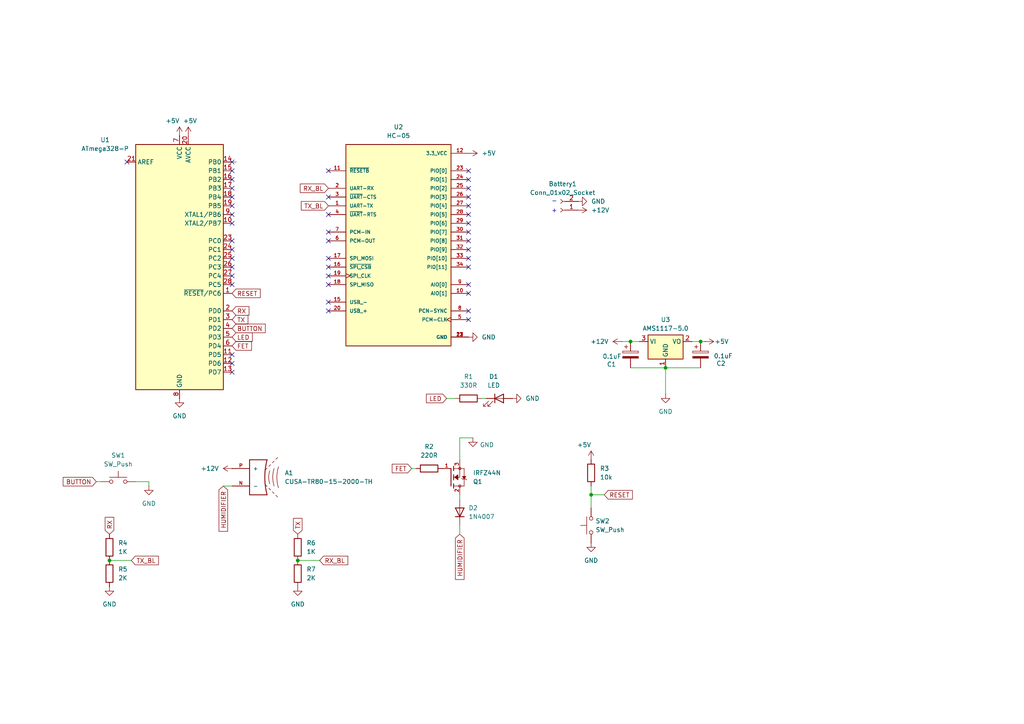
<source format=kicad_sch>
(kicad_sch (version 20250114) (generator "eeschema") (generator_version "9.0")
  (paper "A4")
  (lib_symbols
    (symbol "CUSA-TR80-15-2000-TH:CUSA-TR80-15-2000-TH" (pin_names (offset 1.016))
      (property "Reference" "A" (at -3.0988 6.604 0))
      (property "Value" "CUSA-TR80-15-2000-TH" (at -3.556 -5.842 0))
      (symbol "CUSA-TR80-15-2000-TH_0_0"
        (polyline (pts (xy -2.54 5.08) (xy 2.54 5.08)) (stroke (width 0.254)))
        (polyline (pts (xy -2.54 -5.08) (xy -2.54 5.08)) (stroke (width 0.254)))
        (polyline (pts (xy 2.032 2.159) (xy 2.54 2.667)) (stroke (width 0.1524)))
        (polyline (pts (xy 2.032 -2.159) (xy 2.54 -2.667)) (stroke (width 0.1524)))
        (polyline (pts (xy 2.54 -5.08) (xy -2.54 -5.08)) (stroke (width 0.254)))
        (polyline (pts (xy 3.048 3.175) (xy 3.556 3.683)) (stroke (width 0.1524)))
        (polyline (pts (xy 3.556 -3.683) (xy 3.048 -3.175)) (stroke (width 0.1524)))
        (polyline (pts (xy 4.064 4.191) (xy 4.572 4.699)) (stroke (width 0.1524)))
        (polyline (pts (xy 4.572 -4.699) (xy 4.064 -4.191)) (stroke (width 0.1524)))
        (polyline (pts (xy 5.08 5.207) (xy 5.588 5.715)) (stroke (width 0.1524)))
        (polyline (pts (xy 5.588 -5.715) (xy 5.08 -5.207)) (stroke (width 0.1524)))
        (arc (start 3.302 -1.905) (mid 3.009 0.0553) (end 3.302 1.905) (stroke (width 0.1524)))
        (arc (start 4.572 -2.54) (mid 4.1814 0.0737) (end 4.572 2.54) (stroke (width 0.1524)))
        (arc (start 5.842 -3.048) (mid 5.3733 0.0885) (end 5.842 3.048) (stroke (width 0.1524)))
        (arc (start 2.54 -5.08) (mid 1.8712 0) (end 2.54 5.08) (stroke (width 0.254)))
        (pin passive line (at -7.62 2.54 0) (length 5.08) (name "+") (number "P"))
        (pin passive line (at -7.62 -2.54 0) (length 5.08) (name "-") (number "N"))
      )
    )
    (symbol "Connector:Conn_01x02_Socket" (pin_names (offset 1.016) (hide yes))
      (property "Reference" "J" (at 0 2.54 0))
      (property "Value" "Conn_01x02_Socket" (at 0 -5.08 0))
      (symbol "Conn_01x02_Socket_1_1"
        (polyline (pts (xy -1.27 0) (xy -0.508 0)) (stroke (width 0.1524)))
        (polyline (pts (xy -1.27 -2.54) (xy -0.508 -2.54)) (stroke (width 0.1524)))
        (arc (start 0 -0.508) (mid -0.5058 0) (end 0 0.508) (stroke (width 0.1524)))
        (arc (start 0 -3.048) (mid -0.5058 -2.54) (end 0 -2.032) (stroke (width 0.1524)))
        (pin passive line (at -5.08 0 0) (length 3.81) (name "Pin_1") (number "1"))
        (pin passive line (at -5.08 -2.54 0) (length 3.81) (name "Pin_2") (number "2"))
      )
    )
    (symbol "Device:C_Polarized" (pin_numbers (hide yes)) (pin_names (offset 0.254))
      (property "Reference" "C" (at 0.635 2.54 0))
      (property "Value" "C_Polarized" (at 0.635 -2.54 0))
      (symbol "C_Polarized_0_1"
        (rectangle (start -2.286 0.508) (end 2.286 1.016))
        (polyline (pts (xy -1.778 2.286) (xy -0.762 2.286)))
        (polyline (pts (xy -1.27 2.794) (xy -1.27 1.778)))
        (rectangle (start 2.286 -0.508) (end -2.286 -1.016) (fill (type outline)))
      )
      (symbol "C_Polarized_1_1"
        (pin passive line (at 0 3.81 270) (length 2.794) (name "~") (number "1"))
        (pin passive line (at 0 -3.81 90) (length 2.794) (name "~") (number "2"))
      )
    )
    (symbol "Device:LED" (pin_numbers (hide yes)) (pin_names (offset 1.016) (hide yes))
      (property "Reference" "D" (at 0 2.54 0))
      (property "Value" "LED" (at 0 -2.54 0))
      (symbol "LED_0_1"
        (polyline (pts (xy -3.048 -0.762) (xy -4.572 -2.286) (xy -3.81 -2.286) (xy -4.572 -2.286) (xy -4.572 -1.524)))
        (polyline (pts (xy -1.778 -0.762) (xy -3.302 -2.286) (xy -2.54 -2.286) (xy -3.302 -2.286) (xy -3.302 -1.524)))
        (polyline (pts (xy -1.27 0) (xy 1.27 0)))
        (polyline (pts (xy -1.27 -1.27) (xy -1.27 1.27)) (stroke (width 0.254)))
        (polyline (pts (xy 1.27 -1.27) (xy 1.27 1.27) (xy -1.27 0) (xy 1.27 -1.27)) (stroke (width 0.254)))
      )
      (symbol "LED_1_1"
        (pin passive line (at -3.81 0 0) (length 2.54) (name "K") (number "1"))
        (pin passive line (at 3.81 0 180) (length 2.54) (name "A") (number "2"))
      )
    )
    (symbol "Device:R" (pin_numbers (hide yes)) (pin_names (offset 0))
      (property "Reference" "R" (at 2.032 0 90))
      (property "Value" "R" (at 0 0 90))
      (symbol "R_0_1"
        (rectangle (start -1.016 -2.54) (end 1.016 2.54) (stroke (width 0.254)))
      )
      (symbol "R_1_1"
        (pin passive line (at 0 3.81 270) (length 1.27) (name "~") (number "1"))
        (pin passive line (at 0 -3.81 90) (length 1.27) (name "~") (number "2"))
      )
    )
    (symbol "Diode:1N4007" (pin_numbers (hide yes)) (pin_names (hide yes))
      (property "Reference" "D" (at 0 2.54 0))
      (property "Value" "1N4007" (at 0 -2.54 0))
      (symbol "1N4007_0_1"
        (polyline (pts (xy -1.27 1.27) (xy -1.27 -1.27)) (stroke (width 0.254)))
        (polyline (pts (xy 1.27 1.27) (xy 1.27 -1.27) (xy -1.27 0) (xy 1.27 1.27)) (stroke (width 0.254)))
        (polyline (pts (xy 1.27 0) (xy -1.27 0)))
      )
      (symbol "1N4007_1_1"
        (pin passive line (at -3.81 0 0) (length 2.54) (name "K") (number "1"))
        (pin passive line (at 3.81 0 180) (length 2.54) (name "A") (number "2"))
      )
    )
    (symbol "HC-05:HC-05" (pin_names (offset 1.016))
      (property "Reference" "U" (at -15.24 31.115 0))
      (property "Value" "HC-05" (at -15.24 -30.48 0))
      (symbol "HC-05_0_0"
        (rectangle (start -15.24 -27.94) (end 15.24 30.48) (stroke (width 0.254)) (fill (type background)))
        (pin input line (at -20.32 22.86 0) (length 5.08) (name "~{RESETB}") (number "11"))
        (pin input line (at -20.32 17.78 0) (length 5.08) (name "UART-RX") (number "2"))
        (pin input line (at -20.32 15.24 0) (length 5.08) (name "~{UART}-CTS") (number "3"))
        (pin output line (at -20.32 12.7 0) (length 5.08) (name "UART-TX") (number "1"))
        (pin output line (at -20.32 10.16 0) (length 5.08) (name "~{UART}-RTS") (number "4"))
        (pin input line (at -20.32 5.08 0) (length 5.08) (name "PCM-IN") (number "7"))
        (pin output line (at -20.32 2.54 0) (length 5.08) (name "PCM-OUT") (number "6"))
        (pin input line (at -20.32 -2.54 0) (length 5.08) (name "SPI_MOSI") (number "17"))
        (pin input line (at -20.32 -5.08 0) (length 5.08) (name "~{SPI_CSB}") (number "16"))
        (pin input clock (at -20.32 -7.62 0) (length 5.08) (name "SPI_CLK") (number "19"))
        (pin output line (at -20.32 -10.16 0) (length 5.08) (name "SPI_MISO") (number "18"))
        (pin bidirectional line (at -20.32 -15.24 0) (length 5.08) (name "USB_-") (number "15"))
        (pin bidirectional line (at -20.32 -17.78 0) (length 5.08) (name "USB_+") (number "20"))
        (pin power_in line (at 20.32 27.94 180) (length 5.08) (name "3.3_VCC") (number "12"))
        (pin bidirectional line (at 20.32 22.86 180) (length 5.08) (name "PIO[0]") (number "23"))
        (pin bidirectional line (at 20.32 20.32 180) (length 5.08) (name "PIO[1]") (number "24"))
        (pin bidirectional line (at 20.32 17.78 180) (length 5.08) (name "PIO[2]") (number "25"))
        (pin bidirectional line (at 20.32 15.24 180) (length 5.08) (name "PIO[3]") (number "26"))
        (pin bidirectional line (at 20.32 12.7 180) (length 5.08) (name "PIO[4]") (number "27"))
        (pin bidirectional line (at 20.32 10.16 180) (length 5.08) (name "PIO[5]") (number "28"))
        (pin bidirectional line (at 20.32 7.62 180) (length 5.08) (name "PIO[6]") (number "29"))
        (pin bidirectional line (at 20.32 5.08 180) (length 5.08) (name "PIO[7]") (number "30"))
        (pin bidirectional line (at 20.32 2.54 180) (length 5.08) (name "PIO[8]") (number "31"))
        (pin bidirectional line (at 20.32 0 180) (length 5.08) (name "PIO[9]") (number "32"))
        (pin bidirectional line (at 20.32 -2.54 180) (length 5.08) (name "PIO[10]") (number "33"))
        (pin bidirectional line (at 20.32 -5.08 180) (length 5.08) (name "PIO[11]") (number "34"))
        (pin bidirectional line (at 20.32 -10.16 180) (length 5.08) (name "AIO[0]") (number "9"))
        (pin bidirectional line (at 20.32 -12.7 180) (length 5.08) (name "AIO[1]") (number "10"))
        (pin bidirectional line (at 20.32 -17.78 180) (length 5.08) (name "PCN-SYNC") (number "8"))
        (pin bidirectional clock (at 20.32 -20.32 180) (length 5.08) (name "PCM-CLK") (number "5"))
        (pin power_in line (at 20.32 -25.4 180) (length 5.08) (name "GND") (number "13"))
        (pin power_in line (at 20.32 -25.4 180) (length 5.08) (name "GND") (number "21"))
        (pin power_in line (at 20.32 -25.4 180) (length 5.08) (name "GND") (number "22"))
      )
    )
    (symbol "IRFZ44N:IRFZ44N" (pin_names (offset 1.016))
      (property "Reference" "Q" (at -8.89 2.54 0))
      (property "Value" "IRFZ44N" (at -8.89 -7.62 0))
      (symbol "IRFZ44N_0_0"
        (polyline (pts (xy 0 2.54) (xy 0 -2.54)) (stroke (width 0.254)))
        (polyline (pts (xy 0.762 3.175) (xy 0.762 2.54)) (stroke (width 0.254)))
        (polyline (pts (xy 0.762 2.54) (xy 0.762 1.905)) (stroke (width 0.254)))
        (polyline (pts (xy 0.762 2.54) (xy 3.81 2.54)) (stroke (width 0.1524)))
        (polyline (pts (xy 0.762 0.762) (xy 0.762 0)) (stroke (width 0.254)))
        (polyline (pts (xy 0.762 0) (xy 0.762 -0.762)) (stroke (width 0.254)))
        (polyline (pts (xy 0.762 0) (xy 2.54 0)) (stroke (width 0.1524)))
        (polyline (pts (xy 0.762 -1.905) (xy 0.762 -2.54)) (stroke (width 0.254)))
        (polyline (pts (xy 0.762 -2.54) (xy 0.762 -3.175)) (stroke (width 0.254)))
        (polyline (pts (xy 1.016 0) (xy 2.032 0.762) (xy 2.032 -0.762) (xy 1.016 0)) (stroke (width 0.1524)) (fill (type outline)))
        (circle (center 2.54 2.54) (radius 0.3592))
        (polyline (pts (xy 2.54 0) (xy 2.54 -2.54)) (stroke (width 0.1524)))
        (polyline (pts (xy 2.54 -2.54) (xy 0.762 -2.54)) (stroke (width 0.1524)))
        (polyline (pts (xy 2.54 -2.54) (xy 3.81 -2.54)) (stroke (width 0.1524)))
        (circle (center 2.54 -2.54) (radius 0.3592))
        (polyline (pts (xy 3.302 0.508) (xy 3.048 0.254)) (stroke (width 0.1524)))
        (polyline (pts (xy 3.81 2.54) (xy 3.81 0.508)) (stroke (width 0.1524)))
        (polyline (pts (xy 3.81 0.508) (xy 3.302 0.508)) (stroke (width 0.1524)))
        (polyline (pts (xy 3.81 0.508) (xy 3.81 -2.54)) (stroke (width 0.1524)))
        (polyline (pts (xy 3.81 0.508) (xy 3.302 -0.254) (xy 4.318 -0.254) (xy 3.81 0.508)) (stroke (width 0.1524)) (fill (type outline)))
        (polyline (pts (xy 4.318 0.508) (xy 3.81 0.508)) (stroke (width 0.1524)))
        (polyline (pts (xy 4.572 0.762) (xy 4.318 0.508)) (stroke (width 0.1524)))
        (pin passive line (at -2.54 -2.54 0) (length 2.54) (name "~") (number "1"))
        (pin passive line (at 2.54 5.08 270) (length 2.54) (name "~") (number "2"))
        (pin passive line (at 2.54 -5.08 90) (length 2.54) (name "~") (number "3"))
      )
    )
    (symbol "MCU_Microchip_ATmega:ATmega328-P"
      (property "Reference" "U" (at -12.7 36.83 0))
      (property "Value" "ATmega328-P" (at 2.54 -36.83 0))
      (symbol "ATmega328-P_0_1"
        (rectangle (start -12.7 -35.56) (end 12.7 35.56) (stroke (width 0.254)) (fill (type background)))
      )
      (symbol "ATmega328-P_1_1"
        (pin passive line (at -15.24 30.48 0) (length 2.54) (name "AREF") (number "21"))
        (pin power_in line (at 0 38.1 270) (length 2.54) (name "VCC") (number "7"))
        (pin passive line (at 0 -38.1 90) (length 2.54) (hide yes) (name "GND") (number "22"))
        (pin power_in line (at 0 -38.1 90) (length 2.54) (name "GND") (number "8"))
        (pin power_in line (at 2.54 38.1 270) (length 2.54) (name "AVCC") (number "20"))
        (pin bidirectional line (at 15.24 30.48 180) (length 2.54) (name "PB0") (number "14"))
        (pin bidirectional line (at 15.24 27.94 180) (length 2.54) (name "PB1") (number "15"))
        (pin bidirectional line (at 15.24 25.4 180) (length 2.54) (name "PB2") (number "16"))
        (pin bidirectional line (at 15.24 22.86 180) (length 2.54) (name "PB3") (number "17"))
        (pin bidirectional line (at 15.24 20.32 180) (length 2.54) (name "PB4") (number "18"))
        (pin bidirectional line (at 15.24 17.78 180) (length 2.54) (name "PB5") (number "19"))
        (pin bidirectional line (at 15.24 15.24 180) (length 2.54) (name "XTAL1/PB6") (number "9"))
        (pin bidirectional line (at 15.24 12.7 180) (length 2.54) (name "XTAL2/PB7") (number "10"))
        (pin bidirectional line (at 15.24 7.62 180) (length 2.54) (name "PC0") (number "23"))
        (pin bidirectional line (at 15.24 5.08 180) (length 2.54) (name "PC1") (number "24"))
        (pin bidirectional line (at 15.24 2.54 180) (length 2.54) (name "PC2") (number "25"))
        (pin bidirectional line (at 15.24 0 180) (length 2.54) (name "PC3") (number "26"))
        (pin bidirectional line (at 15.24 -2.54 180) (length 2.54) (name "PC4") (number "27"))
        (pin bidirectional line (at 15.24 -5.08 180) (length 2.54) (name "PC5") (number "28"))
        (pin bidirectional line (at 15.24 -7.62 180) (length 2.54) (name "~{RESET}/PC6") (number "1"))
        (pin bidirectional line (at 15.24 -12.7 180) (length 2.54) (name "PD0") (number "2"))
        (pin bidirectional line (at 15.24 -15.24 180) (length 2.54) (name "PD1") (number "3"))
        (pin bidirectional line (at 15.24 -17.78 180) (length 2.54) (name "PD2") (number "4"))
        (pin bidirectional line (at 15.24 -20.32 180) (length 2.54) (name "PD3") (number "5"))
        (pin bidirectional line (at 15.24 -22.86 180) (length 2.54) (name "PD4") (number "6"))
        (pin bidirectional line (at 15.24 -25.4 180) (length 2.54) (name "PD5") (number "11"))
        (pin bidirectional line (at 15.24 -27.94 180) (length 2.54) (name "PD6") (number "12"))
        (pin bidirectional line (at 15.24 -30.48 180) (length 2.54) (name "PD7") (number "13"))
      )
    )
    (symbol "Regulator_Linear:AMS1117-5.0"
      (property "Reference" "U" (at -3.81 3.175 0))
      (property "Value" "AMS1117-5.0" (at 0 3.175 0))
      (symbol "AMS1117-5.0_0_1"
        (rectangle (start -5.08 -5.08) (end 5.08 1.905) (stroke (width 0.254)) (fill (type background)))
      )
      (symbol "AMS1117-5.0_1_1"
        (pin power_in line (at -7.62 0 0) (length 2.54) (name "VI") (number "3"))
        (pin power_in line (at 0 -7.62 90) (length 2.54) (name "GND") (number "1"))
        (pin power_out line (at 7.62 0 180) (length 2.54) (name "VO") (number "2"))
      )
    )
    (symbol "Switch:SW_Push" (pin_numbers (hide yes)) (pin_names (offset 1.016) (hide yes))
      (property "Reference" "SW" (at 1.27 2.54 0))
      (property "Value" "SW_Push" (at 0 -1.524 0))
      (symbol "SW_Push_0_1"
        (circle (center -2.032 0) (radius 0.508))
        (polyline (pts (xy 0 1.27) (xy 0 3.048)))
        (circle (center 2.032 0) (radius 0.508))
        (polyline (pts (xy 2.54 1.27) (xy -2.54 1.27)))
        (pin passive line (at -5.08 0 0) (length 2.54) (name "1") (number "1"))
        (pin passive line (at 5.08 0 180) (length 2.54) (name "2") (number "2"))
      )
    )
    (symbol "power:+12V" (power) (pin_numbers (hide yes)) (pin_names (offset 0) (hide yes))
      (property "Value" "+12V" (at 0 3.556 0))
      (symbol "+12V_0_1"
        (polyline (pts (xy -0.762 1.27) (xy 0 2.54)))
        (polyline (pts (xy 0 2.54) (xy 0.762 1.27)))
        (polyline (pts (xy 0 0) (xy 0 2.54)))
      )
      (symbol "+12V_1_1"
        (pin power_in line (at 0 0 90) (length 0) (name "~") (number "1"))
      )
    )
    (symbol "power:+5V" (power) (pin_numbers (hide yes)) (pin_names (offset 0) (hide yes))
      (property "Value" "+5V" (at 0 3.556 0))
      (symbol "+5V_0_1"
        (polyline (pts (xy -0.762 1.27) (xy 0 2.54)))
        (polyline (pts (xy 0 2.54) (xy 0.762 1.27)))
        (polyline (pts (xy 0 0) (xy 0 2.54)))
      )
      (symbol "+5V_1_1"
        (pin power_in line (at 0 0 90) (length 0) (name "~") (number "1"))
      )
    )
    (symbol "power:GND" (power) (pin_numbers (hide yes)) (pin_names (offset 0) (hide yes))
      (property "Value" "GND" (at 0 -3.81 0))
      (symbol "GND_0_1"
        (polyline (pts (xy 0 0) (xy 0 -1.27) (xy 1.27 -1.27) (xy 0 -2.54) (xy -1.27 -1.27) (xy 0 -1.27)))
      )
      (symbol "GND_1_1"
        (pin power_in line (at 0 0 270) (length 0) (name "~") (number "1"))
      )
    )
  )
  (text "+" (at 160.782 61.214 0) (effects (font (size 1.27 1.27))))
  (text "-\n" (at 160.782 58.42 0) (effects (font (size 1.27 1.27))))
  (junction (at 31.75 162.56))
  (junction (at 171.45 143.51))
  (junction (at 203.2 99.06))
  (junction (at 193.04 106.68))
  (junction (at 86.36 162.56))
  (junction (at 182.88 99.06))
  (no_connect (at 67.31 107.95))
  (no_connect (at 67.31 74.93))
  (no_connect (at 67.31 54.61))
  (no_connect (at 135.89 90.17))
  (no_connect (at 67.31 82.55))
  (no_connect (at 95.25 90.17))
  (no_connect (at 67.31 102.87))
  (no_connect (at 135.89 62.23))
  (no_connect (at 135.89 49.53))
  (no_connect (at 67.31 77.47))
  (no_connect (at 67.31 80.01))
  (no_connect (at 135.89 82.55))
  (no_connect (at 67.31 52.07))
  (no_connect (at 67.31 46.99))
  (no_connect (at 67.31 49.53))
  (no_connect (at 135.89 74.93))
  (no_connect (at 135.89 67.31))
  (no_connect (at 135.89 72.39))
  (no_connect (at 67.31 57.15))
  (no_connect (at 135.89 64.77))
  (no_connect (at 135.89 59.69))
  (no_connect (at 135.89 52.07))
  (no_connect (at 95.25 74.93))
  (no_connect (at 95.25 77.47))
  (no_connect (at 95.25 49.53))
  (no_connect (at 135.89 57.15))
  (no_connect (at 95.25 62.23))
  (no_connect (at 67.31 72.39))
  (no_connect (at 95.25 69.85))
  (no_connect (at 95.25 67.31))
  (no_connect (at 67.31 105.41))
  (no_connect (at 95.25 80.01))
  (no_connect (at 135.89 92.71))
  (no_connect (at 67.31 69.85))
  (no_connect (at 135.89 85.09))
  (no_connect (at 135.89 77.47))
  (no_connect (at 135.89 69.85))
  (no_connect (at 67.31 62.23))
  (no_connect (at 67.31 59.69))
  (no_connect (at 135.89 54.61))
  (no_connect (at 95.25 87.63))
  (no_connect (at 95.25 82.55))
  (no_connect (at 95.25 57.15))
  (no_connect (at 36.83 46.99))
  (no_connect (at 67.31 64.77))
  (wire (pts (xy 171.45 143.51) (xy 175.26 143.51)))
  (wire (pts (xy 171.45 140.97) (xy 171.45 143.51)))
  (wire (pts (xy 182.88 99.06) (xy 185.42 99.06)))
  (wire (pts (xy 133.35 154.94) (xy 133.35 152.4)))
  (wire (pts (xy 133.35 127) (xy 133.35 133.35)))
  (wire (pts (xy 129.54 115.57) (xy 132.08 115.57)))
  (wire (pts (xy 193.04 106.68) (xy 193.04 114.3)))
  (wire (pts (xy 193.04 106.68) (xy 203.2 106.68)))
  (wire (pts (xy 182.88 106.68) (xy 193.04 106.68)))
  (wire (pts (xy 64.77 140.97) (xy 67.31 140.97)))
  (wire (pts (xy 92.71 162.56) (xy 86.36 162.56)))
  (wire (pts (xy 119.38 135.89) (xy 120.65 135.89)))
  (wire (pts (xy 39.37 139.7) (xy 43.18 139.7)))
  (wire (pts (xy 43.18 139.7) (xy 43.18 140.97)))
  (wire (pts (xy 171.45 143.51) (xy 171.45 147.32)))
  (wire (pts (xy 29.21 139.7) (xy 27.94 139.7)))
  (wire (pts (xy 139.7 115.57) (xy 140.97 115.57)))
  (wire (pts (xy 137.16 127) (xy 133.35 127)))
  (wire (pts (xy 200.66 99.06) (xy 203.2 99.06)))
  (wire (pts (xy 38.1 162.56) (xy 31.75 162.56)))
  (wire (pts (xy 203.2 99.06) (xy 204.47 99.06)))
  (wire (pts (xy 180.34 99.06) (xy 182.88 99.06)))
  (wire (pts (xy 68.58 46.99) (xy 67.31 46.99)))
  (wire (pts (xy 133.35 144.78) (xy 133.35 143.51)))
  (global_label "RX_BL" (shape input) (at 92.71 162.56 0) (property "Intersheetrefs" "${INTERSHEET_REFS}" (effects (hide yes))))
  (global_label "TX" (shape input) (at 67.31 92.71 0) (property "Intersheetrefs" "${INTERSHEET_REFS}" (effects (hide yes))))
  (global_label "RX" (shape input) (at 67.31 90.17 0) (property "Intersheetrefs" "${INTERSHEET_REFS}" (effects (hide yes))))
  (global_label "FET" (shape input) (at 119.38 135.89 180) (property "Intersheetrefs" "${INTERSHEET_REFS}" (effects (hide yes))))
  (global_label "FET" (shape input) (at 67.31 100.33 0) (property "Intersheetrefs" "${INTERSHEET_REFS}" (effects (hide yes))))
  (global_label "HUMIDIFIER" (shape input) (at 133.35 154.94 270) (property "Intersheetrefs" "${INTERSHEET_REFS}" (effects (hide yes))))
  (global_label "LED" (shape input) (at 129.54 115.57 180) (property "Intersheetrefs" "${INTERSHEET_REFS}" (effects (hide yes))))
  (global_label "TX_BL" (shape input) (at 38.1 162.56 0) (property "Intersheetrefs" "${INTERSHEET_REFS}" (effects (hide yes))))
  (global_label "LED" (shape input) (at 67.31 97.79 0) (property "Intersheetrefs" "${INTERSHEET_REFS}" (effects (hide yes))))
  (global_label "BUTTON" (shape input) (at 67.31 95.25 0) (property "Intersheetrefs" "${INTERSHEET_REFS}" (effects (hide yes))))
  (global_label "RESET" (shape input) (at 67.31 85.09 0) (property "Intersheetrefs" "${INTERSHEET_REFS}" (effects (hide yes))))
  (global_label "TX" (shape input) (at 86.36 154.94 90) (property "Intersheetrefs" "${INTERSHEET_REFS}" (effects (hide yes))))
  (global_label "RX_BL" (shape input) (at 95.25 54.61 180) (property "Intersheetrefs" "${INTERSHEET_REFS}" (effects (hide yes))))
  (global_label "TX_BL" (shape input) (at 95.25 59.69 180) (property "Intersheetrefs" "${INTERSHEET_REFS}" (effects (hide yes))))
  (global_label "RX" (shape input) (at 31.75 154.94 90) (property "Intersheetrefs" "${INTERSHEET_REFS}" (effects (hide yes))))
  (global_label "RESET" (shape input) (at 175.26 143.51 0) (property "Intersheetrefs" "${INTERSHEET_REFS}" (effects (hide yes))))
  (global_label "BUTTON" (shape input) (at 27.94 139.7 180) (property "Intersheetrefs" "${INTERSHEET_REFS}" (effects (hide yes))))
  (global_label "HUMIDIFIER" (shape input) (at 64.77 140.97 270) (property "Intersheetrefs" "${INTERSHEET_REFS}" (effects (hide yes))))
  (symbol (lib_id "Device:R") (at 31.75 166.37 180) (unit 1)
    (property "Reference" "R5" (at 34.29 165.0999 0) (effects (justify right)))
    (property "Value" "2K" (at 34.29 167.6399 0) (effects (justify right)))
    (property "Footprint" "Resistor_SMD:R_0805_2012Metric_Pad1.20x1.40mm_HandSolder" (effects (hide yes)))
    (property "Description" "Resistor" (effects (hide yes)))
  )
  (symbol (lib_id "Regulator_Linear:AMS1117-5.0") (at 193.04 99.06 0) (unit 1)
    (property "Reference" "U3" (at 193.04 92.71 0))
    (property "Value" "AMS1117-5.0" (at 193.04 95.25 0))
    (property "Footprint" "Package_TO_SOT_SMD:SOT-223-3_TabPin2" (effects (hide yes)))
    (property "Datasheet" "http://www.advanced-monolithic.com/pdf/ds1117.pdf" (effects (hide yes)))
    (property "Description" "1A Low Dropout regulator, positive, 5.0V fixed output, SOT-223" (effects (hide yes)))
  )
  (symbol (lib_id "Device:C_Polarized") (at 203.2 102.87 0) (unit 1)
    (property "Reference" "C2" (at 207.772 105.41 0) (effects (justify left)))
    (property "Value" "0.1uF" (at 207.01 103.2509 0) (effects (justify left)))
    (property "Footprint" "Capacitor_Tantalum_SMD:CP_EIA-1608-08_AVX-J" (effects (hide yes)))
    (property "Description" "Polarized capacitor" (effects (hide yes)))
  )
  (symbol (lib_id "Device:R") (at 124.46 135.89 90) (unit 1)
    (property "Reference" "R2" (at 124.46 129.54 90))
    (property "Value" "220R" (at 124.46 132.08 90))
    (property "Footprint" "Resistor_SMD:R_0805_2012Metric_Pad1.20x1.40mm_HandSolder" (effects (hide yes)))
    (property "Description" "Resistor" (effects (hide yes)))
  )
  (symbol (lib_id "Diode:1N4007") (at 133.35 148.59 90) (unit 1)
    (property "Reference" "D2" (at 135.89 147.3199 90) (effects (justify right)))
    (property "Value" "1N4007" (at 135.89 149.8599 90) (effects (justify right)))
    (property "Footprint" "Diode_THT:D_DO-41_SOD81_P2.54mm_Vertical_AnodeUp" (effects (hide yes)))
    (property "Datasheet" "http://www.vishay.com/docs/88503/1n4001.pdf" (effects (hide yes)))
    (property "Description" "1000V 1A General Purpose Rectifier Diode, DO-41" (effects (hide yes)))
    (property "Sim.Device" "D" (effects (hide yes)))
    (property "Sim.Pins" "1=K 2=A" (effects (hide yes)))
  )
  (symbol (lib_id "power:GND") (at 137.16 127 0) (unit 1)
    (property "Reference" "#PWR013" (effects (hide yes)))
    (property "Value" "GND" (at 141.224 129.032 0))
    (property "Description" "Power symbol creates a global label with name \"GND\" , ground" (effects (hide yes)))
  )
  (symbol (lib_id "IRFZ44N:IRFZ44N") (at 130.81 138.43 0) (mirror x) (unit 1)
    (property "Reference" "Q1" (at 137.16 139.7001 0) (effects (justify left)))
    (property "Value" "IRFZ44N" (at 137.16 137.1601 0) (effects (justify left)))
    (property "Footprint" "IRFZ44N:TO254P1016X419X2286-3" (effects (hide yes)))
    (property "MF" "Infineon Technologies" (effects (hide yes)))
    (property "MAXIMUM_PACKAGE_HEIGHT" "22.86 mm" (effects (hide yes)))
    (property "Package" "TO-220-3 Infineon" (effects (hide yes)))
    (property "Price" "None" (effects (hide yes)))
    (property "Check_prices" "https://www.snapeda.com/parts/IRFZ44N/Infineon/view-part/?ref=eda" (effects (hide yes)))
    (property "STANDARD" "IPC 7351B" (effects (hide yes)))
    (property "PARTREV" "09/21/10" (effects (hide yes)))
    (property "SnapEDA_Link" "https://www.snapeda.com/parts/IRFZ44N/Infineon/view-part/?ref=snap" (effects (hide yes)))
    (property "MP" "IRFZ44N" (effects (hide yes)))
    (property "Description_1" "N-Channel 55 V 49A (Tc) 94W (Tc) Through Hole TO-220AB" (effects (hide yes)))
    (property "SNAPEDA_PN" "IRFZ44N" (effects (hide yes)))
    (property "Availability" "In Stock" (effects (hide yes)))
    (property "MANUFACTURER" "Infineon" (effects (hide yes)))
  )
  (symbol (lib_id "power:+5V") (at 52.07 39.37 0) (unit 1)
    (property "Reference" "#PWR02" (effects (hide yes)))
    (property "Value" "+5V" (at 50.038 35.052 0))
    (property "Description" "Power symbol creates a global label with name \"+5V\"" (effects (hide yes)))
  )
  (symbol (lib_id "Connector:Conn_01x02_Socket") (at 162.56 60.96 180) (unit 1)
    (property "Reference" "Battery1" (at 163.195 53.34 0))
    (property "Value" "Conn_01x02_Socket" (at 163.195 55.88 0))
    (property "Footprint" "Connector_PinSocket_2.54mm:PinSocket_1x02_P2.54mm_Horizontal" (effects (hide yes)))
    (property "Description" "Generic connector, single row, 01x02, script generated" (effects (hide yes)))
  )
  (symbol (lib_id "Device:R") (at 171.45 137.16 180) (unit 1)
    (property "Reference" "R3" (at 173.99 135.8899 0) (effects (justify right)))
    (property "Value" "10k" (at 173.99 138.4299 0) (effects (justify right)))
    (property "Footprint" "Resistor_SMD:R_0805_2012Metric_Pad1.20x1.40mm_HandSolder" (effects (hide yes)))
    (property "Description" "Resistor" (effects (hide yes)))
  )
  (symbol (lib_id "power:+12V") (at 167.64 60.96 270) (unit 1)
    (property "Reference" "#PWR017" (effects (hide yes)))
    (property "Value" "+12V" (at 171.45 60.9599 90) (effects (justify left)))
    (property "Description" "Power symbol creates a global label with name \"+12V\"" (effects (hide yes)))
  )
  (symbol (lib_id "Device:R") (at 135.89 115.57 90) (unit 1)
    (property "Reference" "R1" (at 135.89 109.22 90))
    (property "Value" "330R" (at 135.89 111.76 90))
    (property "Footprint" "Resistor_SMD:R_0805_2012Metric_Pad1.20x1.40mm_HandSolder" (effects (hide yes)))
    (property "Description" "Resistor" (effects (hide yes)))
  )
  (symbol (lib_id "Switch:SW_Push") (at 171.45 152.4 90) (unit 1)
    (property "Reference" "SW2" (at 172.72 151.1299 90) (effects (justify right)))
    (property "Value" "SW_Push" (at 172.72 153.6699 90) (effects (justify right)))
    (property "Footprint" "Button_Switch_SMD:SW_Push_1P1T_XKB_TS-1187A" (effects (hide yes)))
    (property "Description" "Push button switch, generic, two pins" (effects (hide yes)))
  )
  (symbol (lib_id "power:+5V") (at 54.61 39.37 0) (unit 1)
    (property "Reference" "#PWR06" (effects (hide yes)))
    (property "Value" "+5V" (at 55.118 35.052 0))
    (property "Description" "Power symbol creates a global label with name \"+5V\"" (effects (hide yes)))
  )
  (symbol (lib_id "power:+5V") (at 135.89 44.45 270) (unit 1)
    (property "Reference" "#PWR010" (effects (hide yes)))
    (property "Value" "+5V" (at 139.7 44.4499 90) (effects (justify left)))
    (property "Description" "Power symbol creates a global label with name \"+5V\"" (effects (hide yes)))
  )
  (symbol (lib_id "MCU_Microchip_ATmega:ATmega328-P") (at 52.07 77.47 0) (unit 1)
    (property "Reference" "U1" (at 30.48 40.5698 0))
    (property "Value" "ATmega328-P" (at 30.48 43.1098 0))
    (property "Footprint" "Package_DIP:DIP-28_W7.62mm" (effects (hide yes)))
    (property "Datasheet" "http://ww1.microchip.com/downloads/en/DeviceDoc/ATmega328_P%20AVR%20MCU%20with%20picoPower%20Technology%20Data%20Sheet%2040001984A.pdf" (effects (hide yes)))
    (property "Description" "20MHz, 32kB Flash, 2kB SRAM, 1kB EEPROM, DIP-28" (effects (hide yes)))
  )
  (symbol (lib_id "power:GND") (at 171.45 157.48 0) (unit 1)
    (property "Reference" "#PWR015" (effects (hide yes)))
    (property "Value" "GND" (at 171.45 162.56 0))
    (property "Description" "Power symbol creates a global label with name \"GND\" , ground" (effects (hide yes)))
  )
  (symbol (lib_id "HC-05:HC-05") (at 115.57 72.39 0) (unit 1)
    (property "Reference" "U2" (at 115.57 36.83 0))
    (property "Value" "HC-05" (at 115.57 39.37 0))
    (property "Footprint" "HC-05:XCVR_HC-05" (effects (hide yes)))
    (property "MF" "ITead Studio" (effects (hide yes)))
    (property "Description_1" "Bluetooth to Serial Port Module" (effects (hide yes)))
    (property "Package" "Module ITead Studio" (effects (hide yes)))
    (property "Price" "None" (effects (hide yes)))
    (property "STANDARD" "Manufacturer Recommendations" (effects (hide yes)))
    (property "PARTREV" "v1.0" (effects (hide yes)))
    (property "SnapEDA_Link" "https://www.snapeda.com/parts/HC-05/ITEAD/view-part/?ref=snap" (effects (hide yes)))
    (property "MP" "HC-05" (effects (hide yes)))
    (property "Availability" "Not in stock" (effects (hide yes)))
    (property "Check_prices" "https://www.snapeda.com/parts/HC-05/ITEAD/view-part/?ref=eda" (effects (hide yes)))
  )
  (symbol (lib_id "power:GND") (at 52.07 115.57 0) (unit 1)
    (property "Reference" "#PWR03" (effects (hide yes)))
    (property "Value" "GND" (at 52.07 120.65 0))
    (property "Description" "Power symbol creates a global label with name \"GND\" , ground" (effects (hide yes)))
  )
  (symbol (lib_id "Switch:SW_Push") (at 34.29 139.7 0) (unit 1)
    (property "Reference" "SW1" (at 34.29 132.08 0))
    (property "Value" "SW_Push" (at 34.29 134.62 0))
    (property "Footprint" "Button_Switch_SMD:SW_Push_1P1T_XKB_TS-1187A" (effects (hide yes)))
    (property "Description" "Push button switch, generic, two pins" (effects (hide yes)))
  )
  (symbol (lib_id "power:GND") (at 135.89 97.79 90) (unit 1)
    (property "Reference" "#PWR011" (effects (hide yes)))
    (property "Value" "GND" (at 139.7 97.7899 90) (effects (justify right)))
    (property "Description" "Power symbol creates a global label with name \"GND\" , ground" (effects (hide yes)))
  )
  (symbol (lib_id "power:+12V") (at 180.34 99.06 90) (unit 1)
    (property "Reference" "#PWR01" (effects (hide yes)))
    (property "Value" "+12V" (at 176.53 99.0599 90) (effects (justify left)))
    (property "Description" "Power symbol creates a global label with name \"+12V\"" (effects (hide yes)))
  )
  (symbol (lib_id "power:GND") (at 193.04 114.3 0) (unit 1)
    (property "Reference" "#PWR05" (effects (hide yes)))
    (property "Value" "GND" (at 193.04 119.38 0))
    (property "Description" "Power symbol creates a global label with name \"GND\" , ground" (effects (hide yes)))
  )
  (symbol (lib_id "Device:R") (at 86.36 166.37 180) (unit 1)
    (property "Reference" "R7" (at 88.9 165.0999 0) (effects (justify right)))
    (property "Value" "2K" (at 88.9 167.6399 0) (effects (justify right)))
    (property "Footprint" "Resistor_SMD:R_0805_2012Metric_Pad1.20x1.40mm_HandSolder" (effects (hide yes)))
    (property "Description" "Resistor" (effects (hide yes)))
  )
  (symbol (lib_id "power:+12V") (at 67.31 135.89 90) (unit 1)
    (property "Reference" "#PWR07" (effects (hide yes)))
    (property "Value" "+12V" (at 63.5 135.8899 90) (effects (justify left)))
    (property "Description" "Power symbol creates a global label with name \"+12V\"" (effects (hide yes)))
  )
  (symbol (lib_id "power:GND") (at 43.18 140.97 0) (unit 1)
    (property "Reference" "#PWR08" (effects (hide yes)))
    (property "Value" "GND" (at 43.18 146.05 0))
    (property "Description" "Power symbol creates a global label with name \"GND\" , ground" (effects (hide yes)))
  )
  (symbol (lib_id "power:+5V") (at 204.47 99.06 270) (unit 1)
    (property "Reference" "#PWR04" (effects (hide yes)))
    (property "Value" "+5V" (at 207.264 99.06 90) (effects (justify left)))
    (property "Description" "Power symbol creates a global label with name \"+5V\"" (effects (hide yes)))
  )
  (symbol (lib_id "CUSA-TR80-15-2000-TH:CUSA-TR80-15-2000-TH") (at 74.93 138.43 0) (unit 1)
    (property "Reference" "A1" (at 82.55 137.1599 0) (effects (justify left)))
    (property "Value" "CUSA-TR80-15-2000-TH" (at 82.55 139.6999 0) (effects (justify left)))
    (property "Footprint" "CUSA-TR80-15-2000-TH:XDCR_CUSA-TR80-15-2000-TH" (effects (hide yes)))
    (property "MF" "Same Sky" (effects (hide yes)))
    (property "MAXIMUM_PACKAGE_HEIGHT" "7.3 mm" (effects (hide yes)))
    (property "Package" "None" (effects (hide yes)))
    (property "Price" "None" (effects (hide yes)))
    (property "Check_prices" "https://www.snapeda.com/parts/CUSA-TR80-15-2000-TH/Same+Sky/view-part/?ref=eda" (effects (hide yes)))
    (property "STANDARD" "Manufacturer Recommendations" (effects (hide yes)))
    (property "PARTREV" "1.0" (effects (hide yes)))
    (property "SnapEDA_Link" "https://www.snapeda.com/parts/CUSA-TR80-15-2000-TH/Same+Sky/view-part/?ref=snap" (effects (hide yes)))
    (property "MP" "CUSA-TR80-15-2000-TH" (effects (hide yes)))
    (property "Description_1" "9.8 mm, 80 Vp-p, 80° Directivity, 0.2~15 m Range, 39 kHz, Through Hole, Ultrasonic Transceiver Sensor" (effects (hide yes)))
    (property "Availability" "In Stock" (effects (hide yes)))
    (property "MANUFACTURER" "CUI" (effects (hide yes)))
  )
  (symbol (lib_id "Device:C_Polarized") (at 182.88 102.87 0) (unit 1)
    (property "Reference" "C1" (at 176.022 105.664 0) (effects (justify left)))
    (property "Value" "0.1uF" (at 174.752 103.378 0) (effects (justify left)))
    (property "Footprint" "Capacitor_Tantalum_SMD:CP_EIA-1608-08_AVX-J" (effects (hide yes)))
    (property "Description" "Polarized capacitor" (effects (hide yes)))
  )
  (symbol (lib_id "Device:LED") (at 144.78 115.57 0) (unit 1)
    (property "Reference" "D1" (at 143.1925 109.22 0))
    (property "Value" "LED" (at 143.1925 111.76 0))
    (property "Footprint" "LED_SMD:LED_1210_3225Metric_Pad1.42x2.65mm_HandSolder" (effects (hide yes)))
    (property "Description" "Light emitting diode" (effects (hide yes)))
    (property "Sim.Pins" "1=K 2=A" (effects (hide yes)))
  )
  (symbol (lib_id "power:GND") (at 86.36 170.18 0) (unit 1)
    (property "Reference" "#PWR016" (effects (hide yes)))
    (property "Value" "GND" (at 86.36 175.26 0))
    (property "Description" "Power symbol creates a global label with name \"GND\" , ground" (effects (hide yes)))
  )
  (symbol (lib_id "power:GND") (at 31.75 170.18 0) (unit 1)
    (property "Reference" "#PWR012" (effects (hide yes)))
    (property "Value" "GND" (at 31.75 175.26 0))
    (property "Description" "Power symbol creates a global label with name \"GND\" , ground" (effects (hide yes)))
  )
  (symbol (lib_id "power:GND") (at 148.59 115.57 90) (unit 1)
    (property "Reference" "#PWR09" (effects (hide yes)))
    (property "Value" "GND" (at 152.4 115.5699 90) (effects (justify right)))
    (property "Description" "Power symbol creates a global label with name \"GND\" , ground" (effects (hide yes)))
  )
  (symbol (lib_id "Device:R") (at 31.75 158.75 180) (unit 1)
    (property "Reference" "R4" (at 34.29 157.4799 0) (effects (justify right)))
    (property "Value" "1K" (at 34.29 160.0199 0) (effects (justify right)))
    (property "Footprint" "Resistor_SMD:R_0805_2012Metric_Pad1.20x1.40mm_HandSolder" (effects (hide yes)))
    (property "Description" "Resistor" (effects (hide yes)))
  )
  (symbol (lib_id "power:+5V") (at 171.45 133.35 0) (unit 1)
    (property "Reference" "#PWR014" (effects (hide yes)))
    (property "Value" "+5V" (at 169.418 129.032 0))
    (property "Description" "Power symbol creates a global label with name \"+5V\"" (effects (hide yes)))
  )
  (symbol (lib_id "power:GND") (at 167.64 58.42 90) (unit 1)
    (property "Reference" "#PWR018" (effects (hide yes)))
    (property "Value" "GND" (at 171.45 58.4199 90) (effects (justify right)))
    (property "Description" "Power symbol creates a global label with name \"GND\" , ground" (effects (hide yes)))
  )
  (symbol (lib_id "Device:R") (at 86.36 158.75 180) (unit 1)
    (property "Reference" "R6" (at 88.9 157.4799 0) (effects (justify right)))
    (property "Value" "1K" (at 88.9 160.0199 0) (effects (justify right)))
    (property "Footprint" "Resistor_SMD:R_0805_2012Metric_Pad1.20x1.40mm_HandSolder" (effects (hide yes)))
    (property "Description" "Resistor" (effects (hide yes)))
  )
)
</source>
